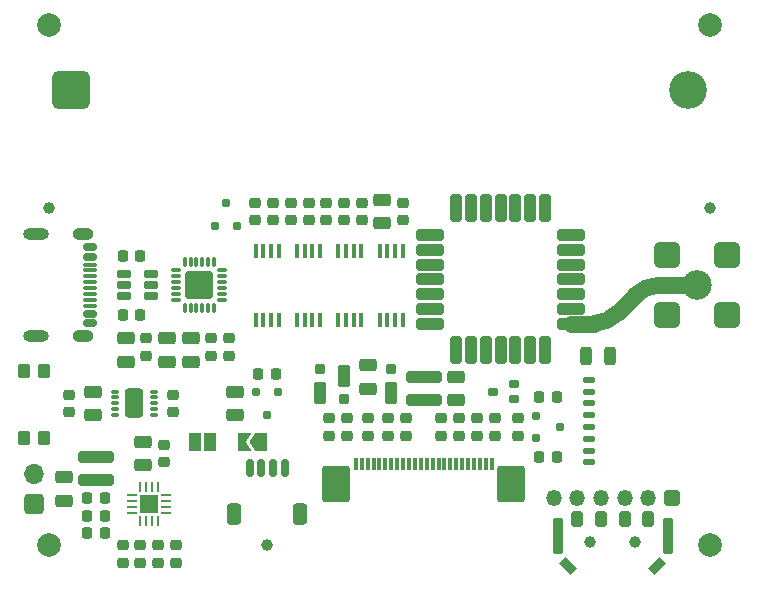
<source format=gbr>
%TF.GenerationSoftware,KiCad,Pcbnew,8.0.8+1*%
%TF.CreationDate,Date%
%TF.ProjectId,LoRa-V3-PCB,4c6f5261-2d56-4332-9d50-43422e6b6963,rev?*%
%TF.SameCoordinates,Original*%
%TF.FileFunction,Soldermask,Top*%
%TF.FilePolarity,Negative*%
%FSLAX46Y46*%
G04 Gerber Fmt 4.6, Leading zero omitted, Abs format (unit mm)*
G04 Created by KiCad*
%MOMM*%
%LPD*%
G01*
G04 APERTURE LIST*
G04 Aperture macros list*
%AMRoundRect*
0 Rectangle with rounded corners*
0 $1 Rounding radius*
0 $2 $3 $4 $5 $6 $7 $8 $9 X,Y pos of 4 corners*
0 Add a 4 corners polygon primitive as box body*
4,1,4,$2,$3,$4,$5,$6,$7,$8,$9,$2,$3,0*
0 Add four circle primitives for the rounded corners*
1,1,$1+$1,$2,$3*
1,1,$1+$1,$4,$5*
1,1,$1+$1,$6,$7*
1,1,$1+$1,$8,$9*
0 Add four rect primitives between the rounded corners*
20,1,$1+$1,$2,$3,$4,$5,0*
20,1,$1+$1,$4,$5,$6,$7,0*
20,1,$1+$1,$6,$7,$8,$9,0*
20,1,$1+$1,$8,$9,$2,$3,0*%
%AMFreePoly0*
4,1,6,1.000000,0.000000,0.500000,-0.750000,-0.500000,-0.750000,-0.500000,0.750000,0.500000,0.750000,1.000000,0.000000,1.000000,0.000000,$1*%
%AMFreePoly1*
4,1,6,0.500000,-0.750000,-0.650000,-0.750000,-0.150000,0.000000,-0.650000,0.750000,0.500000,0.750000,0.500000,-0.750000,0.500000,-0.750000,$1*%
G04 Aperture macros list end*
%ADD10C,1.400000*%
%ADD11RoundRect,0.070000X0.105000X-0.530000X0.105000X0.530000X-0.105000X0.530000X-0.105000X-0.530000X0*%
%ADD12R,1.000000X1.500000*%
%ADD13RoundRect,0.200000X-0.300000X0.400000X-0.300000X-0.400000X0.300000X-0.400000X0.300000X0.400000X0*%
%ADD14RoundRect,0.200000X0.550000X-0.300000X0.550000X0.300000X-0.550000X0.300000X-0.550000X-0.300000X0*%
%ADD15RoundRect,0.220000X-0.220000X-0.270000X0.220000X-0.270000X0.220000X0.270000X-0.220000X0.270000X0*%
%ADD16RoundRect,0.220000X0.220000X0.270000X-0.220000X0.270000X-0.220000X-0.270000X0.220000X-0.270000X0*%
%ADD17RoundRect,0.220000X-0.270000X0.220000X-0.270000X-0.220000X0.270000X-0.220000X0.270000X0.220000X0*%
%ADD18RoundRect,0.120000X-0.180000X-0.255000X0.180000X-0.255000X0.180000X0.255000X-0.180000X0.255000X0*%
%ADD19RoundRect,0.220000X0.270000X-0.220000X0.270000X0.220000X-0.270000X0.220000X-0.270000X-0.220000X0*%
%ADD20RoundRect,0.120000X0.180000X0.255000X-0.180000X0.255000X-0.180000X-0.255000X0.180000X-0.255000X0*%
%ADD21RoundRect,0.200000X-0.550000X0.300000X-0.550000X-0.300000X0.550000X-0.300000X0.550000X0.300000X0*%
%ADD22RoundRect,0.200000X-1.300000X0.300000X-1.300000X-0.300000X1.300000X-0.300000X1.300000X0.300000X0*%
%ADD23C,1.000000*%
%ADD24RoundRect,0.062500X-0.375000X-0.062500X0.375000X-0.062500X0.375000X0.062500X-0.375000X0.062500X0*%
%ADD25RoundRect,0.062500X-0.062500X-0.375000X0.062500X-0.375000X0.062500X0.375000X-0.062500X0.375000X0*%
%ADD26RoundRect,0.240000X-0.560000X-0.560000X0.560000X-0.560000X0.560000X0.560000X-0.560000X0.560000X0*%
%ADD27RoundRect,0.120000X0.480000X0.180000X-0.480000X0.180000X-0.480000X-0.180000X0.480000X-0.180000X0*%
%ADD28RoundRect,0.060000X-0.265000X0.090000X-0.265000X-0.090000X0.265000X-0.090000X0.265000X0.090000X0*%
%ADD29RoundRect,0.310000X-0.465000X0.930000X-0.465000X-0.930000X0.465000X-0.930000X0.465000X0.930000X0*%
%ADD30RoundRect,0.132000X0.298000X-0.198000X0.298000X0.198000X-0.298000X0.198000X-0.298000X-0.198000X0*%
%ADD31RoundRect,0.165000X0.385000X-0.735000X0.385000X0.735000X-0.385000X0.735000X-0.385000X-0.735000X0*%
%ADD32RoundRect,0.120000X0.280000X-0.280000X0.280000X0.280000X-0.280000X0.280000X-0.280000X-0.280000X0*%
%ADD33RoundRect,0.200000X1.300000X-0.300000X1.300000X0.300000X-1.300000X0.300000X-1.300000X-0.300000X0*%
%ADD34C,2.000000*%
%ADD35RoundRect,0.523529X-1.078471X-1.078471X1.078471X-1.078471X1.078471X1.078471X-1.078471X1.078471X0*%
%ADD36C,3.204000*%
%ADD37RoundRect,0.250000X-0.425000X0.425000X-0.425000X-0.425000X0.425000X-0.425000X0.425000X0.425000X0*%
%ADD38O,1.350000X1.350000*%
%ADD39RoundRect,0.060000X-0.365000X-0.090000X0.365000X-0.090000X0.365000X0.090000X-0.365000X0.090000X0*%
%ADD40RoundRect,0.060000X-0.090000X-0.365000X0.090000X-0.365000X0.090000X0.365000X-0.090000X0.365000X0*%
%ADD41RoundRect,0.235000X-0.940000X-0.940000X0.940000X-0.940000X0.940000X0.940000X-0.940000X0.940000X0*%
%ADD42RoundRect,0.150000X0.350000X0.500000X-0.350000X0.500000X-0.350000X-0.500000X0.350000X-0.500000X0*%
%ADD43RoundRect,0.127500X0.297500X1.372500X-0.297500X1.372500X-0.297500X-1.372500X0.297500X-1.372500X0*%
%ADD44RoundRect,0.120000X0.608112X0.212132X0.212132X0.608112X-0.608112X-0.212132X-0.212132X-0.608112X0*%
%ADD45RoundRect,0.120000X-0.212132X0.608112X-0.608112X0.212132X0.212132X-0.608112X0.608112X-0.212132X0*%
%ADD46RoundRect,0.120000X-0.255000X0.180000X-0.255000X-0.180000X0.255000X-0.180000X0.255000X0.180000X0*%
%ADD47C,2.500000*%
%ADD48RoundRect,0.440000X0.660000X0.660000X-0.660000X0.660000X-0.660000X-0.660000X0.660000X-0.660000X0*%
%ADD49RoundRect,0.200000X-0.300000X-0.550000X0.300000X-0.550000X0.300000X0.550000X-0.300000X0.550000X0*%
%ADD50RoundRect,0.150000X-0.150000X-0.625000X0.150000X-0.625000X0.150000X0.625000X-0.150000X0.625000X0*%
%ADD51RoundRect,0.250000X-0.350000X-0.650000X0.350000X-0.650000X0.350000X0.650000X-0.350000X0.650000X0*%
%ADD52RoundRect,0.230000X-0.920000X-1.320000X0.920000X-1.320000X0.920000X1.320000X-0.920000X1.320000X0*%
%ADD53RoundRect,0.060000X-0.090000X-0.490000X0.090000X-0.490000X0.090000X0.490000X-0.090000X0.490000X0*%
%ADD54RoundRect,0.340000X0.510000X0.510000X-0.510000X0.510000X-0.510000X-0.510000X0.510000X-0.510000X0*%
%ADD55O,1.700000X1.700000*%
%ADD56RoundRect,0.165000X-0.385000X0.735000X-0.385000X-0.735000X0.385000X-0.735000X0.385000X0.735000X0*%
%ADD57RoundRect,0.120000X-0.280000X0.280000X-0.280000X-0.280000X0.280000X-0.280000X0.280000X0.280000X0*%
%ADD58RoundRect,0.120000X-0.455000X0.180000X-0.455000X-0.180000X0.455000X-0.180000X0.455000X0.180000X0*%
%ADD59RoundRect,0.075000X-0.500000X0.075000X-0.500000X-0.075000X0.500000X-0.075000X0.500000X0.075000X0*%
%ADD60O,1.800000X1.000000*%
%ADD61O,2.200000X1.000000*%
%ADD62RoundRect,0.125000X0.425000X-0.125000X0.425000X0.125000X-0.425000X0.125000X-0.425000X-0.125000X0*%
%ADD63RoundRect,0.200000X0.950000X-0.300000X0.950000X0.300000X-0.950000X0.300000X-0.950000X-0.300000X0*%
%ADD64RoundRect,0.200000X0.300000X0.950000X-0.300000X0.950000X-0.300000X-0.950000X0.300000X-0.950000X0*%
%ADD65RoundRect,0.200000X-0.950000X0.300000X-0.950000X-0.300000X0.950000X-0.300000X0.950000X0.300000X0*%
%ADD66RoundRect,0.200000X-0.300000X-0.950000X0.300000X-0.950000X0.300000X0.950000X-0.300000X0.950000X0*%
%ADD67FreePoly0,180.000000*%
%ADD68FreePoly1,180.000000*%
G04 APERTURE END LIST*
D10*
X168574270Y-97001892D02*
X171898108Y-97001892D01*
X161250000Y-100250000D02*
X161251863Y-100248137D01*
X165128680Y-99371320D02*
G75*
G02*
X163175730Y-100248102I-2133880J2139620D01*
G01*
X165128680Y-99371320D02*
X166621321Y-97878679D01*
X161251863Y-100248137D02*
X163175732Y-100248137D01*
X166621321Y-97878679D02*
G75*
G02*
X168574270Y-97001898I2133879J-2139621D01*
G01*
X171898108Y-97001892D02*
X171900000Y-97000000D01*
D11*
%TO.C,IC9*%
X141525000Y-99900000D03*
X142175000Y-99900000D03*
X142825000Y-99900000D03*
X143475000Y-99900000D03*
X143475000Y-94100000D03*
X142825000Y-94100000D03*
X142175000Y-94100000D03*
X141525000Y-94100000D03*
%TD*%
D12*
%TO.C,JP1*%
X129350000Y-110250000D03*
X130650000Y-110250000D03*
%TD*%
D13*
%TO.C,SW1*%
X116600000Y-109900000D03*
X114900000Y-109900000D03*
X116600000Y-104300000D03*
X114900000Y-104300000D03*
%TD*%
D14*
%TO.C,C15*%
X144000000Y-105750000D03*
X144000000Y-103750000D03*
%TD*%
D15*
%TO.C,R19*%
X120250000Y-116500000D03*
X121750000Y-116500000D03*
%TD*%
D14*
%TO.C,C25*%
X132750000Y-108000000D03*
X132750000Y-106000000D03*
%TD*%
D16*
%TO.C,C9*%
X121750000Y-118000000D03*
X120250000Y-118000000D03*
%TD*%
D17*
%TO.C,R10*%
X139000000Y-90000000D03*
X139000000Y-91500000D03*
%TD*%
D18*
%TO.C,Q4*%
X131050000Y-92000000D03*
X132950000Y-92000000D03*
X132000000Y-90000000D03*
%TD*%
D19*
%TO.C,R14*%
X126250000Y-120500000D03*
X126250000Y-119000000D03*
%TD*%
D20*
%TO.C,Q3*%
X136450000Y-106000000D03*
X134550000Y-106000000D03*
X135500000Y-108000000D03*
%TD*%
D19*
%TO.C,R5*%
X127500000Y-107750000D03*
X127500000Y-106250000D03*
%TD*%
D17*
%TO.C,C32*%
X145750000Y-108250000D03*
X145750000Y-109750000D03*
%TD*%
%TO.C,C35*%
X147250000Y-108250000D03*
X147250000Y-109750000D03*
%TD*%
D19*
%TO.C,R13*%
X130750000Y-103000000D03*
X130750000Y-101500000D03*
%TD*%
D21*
%TO.C,C14*%
X127000000Y-101500000D03*
X127000000Y-103500000D03*
%TD*%
D16*
%TO.C,R7*%
X124750000Y-94500000D03*
X123250000Y-94500000D03*
%TD*%
D22*
%TO.C,L1*%
X148750000Y-104750000D03*
X148750000Y-106750000D03*
%TD*%
D19*
%TO.C,C6*%
X136000000Y-91500000D03*
X136000000Y-90000000D03*
%TD*%
D15*
%TO.C,R2*%
X120250000Y-115000000D03*
X121750000Y-115000000D03*
%TD*%
D11*
%TO.C,IC11*%
X134525000Y-99900000D03*
X135175000Y-99900000D03*
X135825000Y-99900000D03*
X136475000Y-99900000D03*
X136475000Y-94100000D03*
X135825000Y-94100000D03*
X135175000Y-94100000D03*
X134525000Y-94100000D03*
%TD*%
D23*
%TO.C,F2*%
X117000000Y-90500000D03*
%TD*%
D24*
%TO.C,IC4*%
X124062500Y-114750000D03*
X124062500Y-115250000D03*
X124062500Y-115750000D03*
X124062500Y-116250000D03*
D25*
X124750000Y-116937500D03*
X125250000Y-116937500D03*
X125750000Y-116937500D03*
X126250000Y-116937500D03*
D24*
X126937500Y-116250000D03*
X126937500Y-115750000D03*
X126937500Y-115250000D03*
X126937500Y-114750000D03*
D25*
X126250000Y-114062500D03*
X125750000Y-114062500D03*
X125250000Y-114062500D03*
X124750000Y-114062500D03*
D26*
X125500000Y-115500000D03*
%TD*%
D27*
%TO.C,IC3*%
X125650000Y-97950000D03*
X125650000Y-97000000D03*
X125650000Y-96050000D03*
X123350000Y-96050000D03*
X123350000Y-97000000D03*
X123350000Y-97950000D03*
%TD*%
D17*
%TO.C,C31*%
X151750000Y-108250000D03*
X151750000Y-109750000D03*
%TD*%
D28*
%TO.C,IC12*%
X122600000Y-106000000D03*
X122600000Y-106500000D03*
X122600000Y-107000000D03*
X122600000Y-107500000D03*
X122600000Y-108000000D03*
X125900000Y-108000000D03*
X125900000Y-107500000D03*
X125900000Y-107000000D03*
X125900000Y-106500000D03*
X125900000Y-106000000D03*
D29*
X124250000Y-107000000D03*
%TD*%
D17*
%TO.C,R21*%
X123250000Y-119000000D03*
X123250000Y-120500000D03*
%TD*%
D30*
%TO.C,Q1*%
X156425000Y-106650000D03*
X156425000Y-105350000D03*
X154575000Y-106000000D03*
%TD*%
D19*
%TO.C,R3*%
X125250000Y-103000000D03*
X125250000Y-101500000D03*
%TD*%
D31*
%TO.C,D3*%
X140000000Y-106100000D03*
D32*
X140000000Y-104100000D03*
%TD*%
D33*
%TO.C,L2*%
X121000000Y-113500000D03*
X121000000Y-111500000D03*
%TD*%
D14*
%TO.C,C26*%
X145250000Y-91750000D03*
X145250000Y-89750000D03*
%TD*%
D34*
%TO.C,H3*%
X117000000Y-119000000D03*
%TD*%
D11*
%TO.C,IC10*%
X138025000Y-99900000D03*
X138675000Y-99900000D03*
X139325000Y-99900000D03*
X139975000Y-99900000D03*
X139975000Y-94100000D03*
X139325000Y-94100000D03*
X138675000Y-94100000D03*
X138025000Y-94100000D03*
%TD*%
D34*
%TO.C,H2*%
X173000000Y-75000000D03*
%TD*%
D11*
%TO.C,IC8*%
X145025000Y-99900000D03*
X145675000Y-99900000D03*
X146325000Y-99900000D03*
X146975000Y-99900000D03*
X146975000Y-94100000D03*
X146325000Y-94100000D03*
X145675000Y-94100000D03*
X145025000Y-94100000D03*
%TD*%
D16*
%TO.C,R23*%
X160000000Y-111500000D03*
X158500000Y-111500000D03*
%TD*%
D17*
%TO.C,C2*%
X118750000Y-106250000D03*
X118750000Y-107750000D03*
%TD*%
D19*
%TO.C,C10*%
X126750000Y-112000000D03*
X126750000Y-110500000D03*
%TD*%
D35*
%TO.C,CONN2*%
X118900000Y-80500000D03*
D36*
X171100000Y-80500000D03*
%TD*%
D37*
%TO.C,CONN8*%
X169750000Y-115000000D03*
D38*
X167750000Y-115000000D03*
X165750000Y-115000000D03*
X163750000Y-115000000D03*
X161750000Y-115000000D03*
X159750000Y-115000000D03*
%TD*%
D17*
%TO.C,C36*%
X144000000Y-108250000D03*
X144000000Y-109750000D03*
%TD*%
D23*
%TO.C,F1*%
X135500000Y-119000000D03*
%TD*%
D39*
%TO.C,IC2*%
X127800000Y-95750000D03*
X127800000Y-96250000D03*
X127800000Y-96750000D03*
X127800000Y-97250000D03*
X127800000Y-97750000D03*
X127800000Y-98250000D03*
D40*
X128500000Y-98950000D03*
X129000000Y-98950000D03*
X129500000Y-98950000D03*
X130000000Y-98950000D03*
X130500000Y-98950000D03*
X131000000Y-98950000D03*
D39*
X131700000Y-98250000D03*
X131700000Y-97750000D03*
X131700000Y-97250000D03*
X131700000Y-96750000D03*
X131700000Y-96250000D03*
X131700000Y-95750000D03*
D40*
X131000000Y-95050000D03*
X130500000Y-95050000D03*
X130000000Y-95050000D03*
X129500000Y-95050000D03*
X129000000Y-95050000D03*
X128500000Y-95050000D03*
D41*
X129750000Y-97000000D03*
%TD*%
D23*
%TO.C,SW2*%
X166650000Y-118750000D03*
X162850000Y-118750000D03*
D42*
X167750000Y-116800000D03*
X161750000Y-116800000D03*
X165750000Y-116800000D03*
D43*
X169425000Y-118250000D03*
D44*
X168500000Y-120800000D03*
D45*
X161000000Y-120800000D03*
D43*
X160075000Y-118250000D03*
D42*
X163750000Y-116800000D03*
%TD*%
D17*
%TO.C,R20*%
X124750000Y-119000000D03*
X124750000Y-120500000D03*
%TD*%
D46*
%TO.C,Q2*%
X158250000Y-108050000D03*
X158250000Y-109950000D03*
X160250000Y-109000000D03*
%TD*%
D47*
%TO.C,CONN5*%
X171900000Y-97000000D03*
D48*
X174440000Y-99540000D03*
X174440000Y-94460000D03*
X169360000Y-99540000D03*
X169360000Y-94460000D03*
%TD*%
D31*
%TO.C,D2*%
X146000000Y-106100000D03*
D32*
X146000000Y-104100000D03*
%TD*%
D49*
%TO.C,C27*%
X162500000Y-103000000D03*
X164500000Y-103000000D03*
%TD*%
D50*
%TO.C,CONN3*%
X134000000Y-112500000D03*
X135000000Y-112500000D03*
X136000000Y-112500000D03*
X137000000Y-112500000D03*
D51*
X132700000Y-116375000D03*
X138300000Y-116375000D03*
%TD*%
D19*
%TO.C,C1*%
X147000000Y-91500000D03*
X147000000Y-90000000D03*
%TD*%
D17*
%TO.C,C34*%
X150250000Y-108250000D03*
X150250000Y-109750000D03*
%TD*%
%TO.C,C33*%
X142250000Y-108250000D03*
X142250000Y-109750000D03*
%TD*%
D34*
%TO.C,H1*%
X117000000Y-75000000D03*
%TD*%
D17*
%TO.C,R9*%
X140500000Y-90000000D03*
X140500000Y-91500000D03*
%TD*%
D19*
%TO.C,C8*%
X143500000Y-91500000D03*
X143500000Y-90000000D03*
%TD*%
D21*
%TO.C,C13*%
X129000000Y-101500000D03*
X129000000Y-103500000D03*
%TD*%
D14*
%TO.C,C11*%
X123500000Y-103500000D03*
X123500000Y-101500000D03*
%TD*%
D17*
%TO.C,C37*%
X140750000Y-108250000D03*
X140750000Y-109750000D03*
%TD*%
D34*
%TO.C,H4*%
X173000000Y-119000000D03*
%TD*%
D16*
%TO.C,R18*%
X136250000Y-104500000D03*
X134750000Y-104500000D03*
%TD*%
%TO.C,R6*%
X124750000Y-99500000D03*
X123250000Y-99500000D03*
%TD*%
D52*
%TO.C,CONN6*%
X141330000Y-113850000D03*
X156170000Y-113850000D03*
D53*
X154500000Y-112150000D03*
X154000000Y-112150000D03*
X153500000Y-112150000D03*
X153000000Y-112150000D03*
X152500000Y-112150000D03*
X152000000Y-112150000D03*
X151500000Y-112150000D03*
X151000000Y-112150000D03*
X150500000Y-112150000D03*
X150000000Y-112150000D03*
X149500000Y-112150000D03*
X149000000Y-112150000D03*
X148500000Y-112150000D03*
X148000000Y-112150000D03*
X147500000Y-112150000D03*
X147000000Y-112150000D03*
X146500000Y-112150000D03*
X146000000Y-112150000D03*
X145500000Y-112150000D03*
X145000000Y-112150000D03*
X144500000Y-112150000D03*
X144000000Y-112150000D03*
X143500000Y-112150000D03*
X143000000Y-112150000D03*
%TD*%
D54*
%TO.C,CONN4*%
X115750000Y-115500000D03*
D55*
X115750000Y-112960000D03*
%TD*%
D56*
%TO.C,D1*%
X142000000Y-104650000D03*
D57*
X142000000Y-106650000D03*
%TD*%
D14*
%TO.C,C18*%
X151500000Y-106750000D03*
X151500000Y-104750000D03*
%TD*%
D19*
%TO.C,C5*%
X142000000Y-91500000D03*
X142000000Y-90000000D03*
%TD*%
D58*
%TO.C,CONN1*%
X120505000Y-93800000D03*
X120505000Y-94600000D03*
D59*
X120505000Y-95750000D03*
X120505000Y-96750000D03*
X120505000Y-97250000D03*
X120505000Y-98250000D03*
D58*
X120505000Y-100200000D03*
X120505000Y-99400000D03*
D59*
X120505000Y-98750000D03*
X120505000Y-97750000D03*
X120505000Y-96250000D03*
X120505000Y-95250000D03*
D60*
X119930000Y-92680000D03*
X119930000Y-101320000D03*
D61*
X115930000Y-92680000D03*
X115930000Y-101320000D03*
%TD*%
D17*
%TO.C,R8*%
X137500000Y-90000000D03*
X137500000Y-91500000D03*
%TD*%
D19*
%TO.C,R11*%
X127750000Y-120500000D03*
X127750000Y-119000000D03*
%TD*%
D62*
%TO.C,CONN7*%
X162750000Y-112000000D03*
X162750000Y-111000000D03*
X162750000Y-110000000D03*
X162750000Y-109000000D03*
X162750000Y-108000000D03*
X162750000Y-107000000D03*
X162750000Y-106000000D03*
X162750000Y-105000000D03*
%TD*%
D17*
%TO.C,C30*%
X153250000Y-108250000D03*
X153250000Y-109750000D03*
%TD*%
D19*
%TO.C,C7*%
X134500000Y-91500000D03*
X134500000Y-90000000D03*
%TD*%
D21*
%TO.C,C17*%
X118250000Y-113250000D03*
X118250000Y-115250000D03*
%TD*%
D23*
%TO.C,F3*%
X173000000Y-90500000D03*
%TD*%
D63*
%TO.C,IC1*%
X149250000Y-92750000D03*
X149250000Y-94000000D03*
X149250000Y-95250000D03*
X149250000Y-96500000D03*
X149250000Y-97750000D03*
X149250000Y-99000000D03*
X149250000Y-100250000D03*
D64*
X151500000Y-102500000D03*
X152750000Y-102500000D03*
X154000000Y-102500000D03*
X155250000Y-102500000D03*
X156500000Y-102500000D03*
X157750000Y-102500000D03*
X159000000Y-102500000D03*
D65*
X161250000Y-100250000D03*
X161250000Y-99000000D03*
X161250000Y-97750000D03*
X161250000Y-96500000D03*
X161250000Y-95250000D03*
X161250000Y-94000000D03*
X161250000Y-92750000D03*
D66*
X159000000Y-90500000D03*
X157750000Y-90500000D03*
X156500000Y-90500000D03*
X155250000Y-90500000D03*
X154000000Y-90500000D03*
X152750000Y-90500000D03*
X151500000Y-90500000D03*
%TD*%
D14*
%TO.C,C16*%
X125000000Y-112250000D03*
X125000000Y-110250000D03*
%TD*%
D15*
%TO.C,R17*%
X158500000Y-106500000D03*
X160000000Y-106500000D03*
%TD*%
D19*
%TO.C,R1*%
X154750000Y-109750000D03*
X154750000Y-108250000D03*
%TD*%
D67*
%TO.C,JP2*%
X134975000Y-110250000D03*
D68*
X133525000Y-110250000D03*
%TD*%
D14*
%TO.C,C12*%
X120750000Y-108000000D03*
X120750000Y-106000000D03*
%TD*%
D17*
%TO.C,R15*%
X132250000Y-101500000D03*
X132250000Y-103000000D03*
%TD*%
D19*
%TO.C,R12*%
X156750000Y-109750000D03*
X156750000Y-108250000D03*
%TD*%
M02*

</source>
